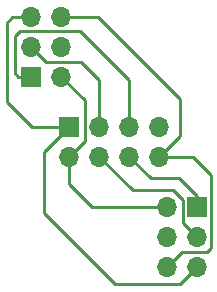
<source format=gtl>
%TF.GenerationSoftware,KiCad,Pcbnew,5.1.7-a382d34a8~88~ubuntu18.04.1*%
%TF.CreationDate,2021-10-30T16:32:31+02:00*%
%TF.ProjectId,main_pcb_adapter,6d61696e-5f70-4636-925f-616461707465,rev?*%
%TF.SameCoordinates,PX5f5e100PY6b49d20*%
%TF.FileFunction,Copper,L1,Top*%
%TF.FilePolarity,Positive*%
%FSLAX46Y46*%
G04 Gerber Fmt 4.6, Leading zero omitted, Abs format (unit mm)*
G04 Created by KiCad (PCBNEW 5.1.7-a382d34a8~88~ubuntu18.04.1) date 2021-10-30 16:32:31*
%MOMM*%
%LPD*%
G01*
G04 APERTURE LIST*
%TA.AperFunction,ComponentPad*%
%ADD10O,1.700000X1.700000*%
%TD*%
%TA.AperFunction,ComponentPad*%
%ADD11R,1.700000X1.700000*%
%TD*%
%TA.AperFunction,Conductor*%
%ADD12C,0.250000*%
%TD*%
G04 APERTURE END LIST*
D10*
%TO.P,J1,6*%
%TO.N,GND*%
X4460000Y-10580000D03*
%TO.P,J1,5*%
%TO.N,/MASTER_ON*%
X7000000Y-10580000D03*
%TO.P,J1,4*%
%TO.N,Net-(J1-Pad4)*%
X4460000Y-8040000D03*
%TO.P,J1,3*%
%TO.N,/DN_RX*%
X7000000Y-8040000D03*
%TO.P,J1,2*%
%TO.N,/TRIGI*%
X4460000Y-5500000D03*
D11*
%TO.P,J1,1*%
%TO.N,/DN_RETO*%
X7000000Y-5500000D03*
%TD*%
D10*
%TO.P,J2,6*%
%TO.N,GND*%
X-4460000Y10580000D03*
%TO.P,J2,5*%
%TO.N,/MASTER_ON*%
X-7000000Y10580000D03*
%TO.P,J2,4*%
%TO.N,Net-(J2-Pad4)*%
X-4460000Y8040000D03*
%TO.P,J2,3*%
%TO.N,/UP_RX*%
X-7000000Y8040000D03*
%TO.P,J2,2*%
%TO.N,/TRIGI*%
X-4460000Y5500000D03*
D11*
%TO.P,J2,1*%
%TO.N,/UP_RETO*%
X-7000000Y5500000D03*
%TD*%
D10*
%TO.P,J3,8*%
%TO.N,GND*%
X3810000Y-1270000D03*
%TO.P,J3,7*%
%TO.N,Net-(J3-Pad7)*%
X3810000Y1270000D03*
%TO.P,J3,6*%
%TO.N,/DN_RETO*%
X1270000Y-1270000D03*
%TO.P,J3,5*%
%TO.N,/UP_RETO*%
X1270000Y1270000D03*
%TO.P,J3,4*%
%TO.N,/DN_RX*%
X-1270000Y-1270000D03*
%TO.P,J3,3*%
%TO.N,/UP_RX*%
X-1270000Y1270000D03*
%TO.P,J3,2*%
%TO.N,/TRIGI*%
X-3810000Y-1270000D03*
D11*
%TO.P,J3,1*%
%TO.N,/MASTER_ON*%
X-3810000Y1270000D03*
%TD*%
D12*
%TO.N,GND*%
X5740000Y-9300000D02*
X7900000Y-9300000D01*
X6670000Y-1270000D02*
X3810000Y-1270000D01*
X4460000Y-10580000D02*
X5740000Y-9300000D01*
X8175001Y-2775001D02*
X6670000Y-1270000D01*
X7900000Y-9300000D02*
X8175001Y-9024999D01*
X8175001Y-9024999D02*
X8175001Y-2775001D01*
X-1380000Y10580000D02*
X-4460000Y10580000D01*
X5600000Y3600000D02*
X-1380000Y10580000D01*
X3810000Y-1270000D02*
X5600000Y520000D01*
X5600000Y520000D02*
X5600000Y3600000D01*
%TO.N,/MASTER_ON*%
X7000000Y-10580000D02*
X5580000Y-12000000D01*
X5580000Y-12000000D02*
X100000Y-12000000D01*
X100000Y-12000000D02*
X-5900000Y-6000000D01*
X-5900000Y-820000D02*
X-3810000Y1270000D01*
X-5900000Y-6000000D02*
X-5900000Y-820000D01*
X-8620000Y10580000D02*
X-7000000Y10580000D01*
X-6970000Y1270000D02*
X-9100000Y3400000D01*
X-3810000Y1270000D02*
X-6970000Y1270000D01*
X-9100000Y3400000D02*
X-9100000Y10100000D01*
X-9100000Y10100000D02*
X-8620000Y10580000D01*
%TO.N,/DN_RX*%
X5824999Y-6864999D02*
X5824999Y-4924999D01*
X5824999Y-4924999D02*
X5000000Y-4100000D01*
X1560000Y-4100000D02*
X-1270000Y-1270000D01*
X5000000Y-4100000D02*
X1560000Y-4100000D01*
X7000000Y-8040000D02*
X5824999Y-6864999D01*
%TO.N,/TRIGI*%
X4460000Y-5500000D02*
X-1900000Y-5500000D01*
X-3810000Y-3590000D02*
X-3810000Y-1270000D01*
X-1900000Y-5500000D02*
X-3810000Y-3590000D01*
X-2500000Y40000D02*
X-2500000Y3540000D01*
X-3810000Y-1270000D02*
X-2500000Y40000D01*
X-2500000Y3540000D02*
X-4460000Y5500000D01*
%TO.N,/DN_RETO*%
X3100000Y-3100000D02*
X1270000Y-1270000D01*
X5500000Y-3100000D02*
X3100000Y-3100000D01*
X7000000Y-4600000D02*
X5500000Y-3100000D01*
X7000000Y-5500000D02*
X7000000Y-4600000D01*
%TO.N,/UP_RX*%
X-5760000Y6800000D02*
X-7000000Y8040000D01*
X-2800000Y6800000D02*
X-5760000Y6800000D01*
X-1270000Y5270000D02*
X-2800000Y6800000D01*
X-1270000Y1270000D02*
X-1270000Y5270000D01*
%TO.N,/UP_RETO*%
X-7000000Y5500000D02*
X-8100000Y5500000D01*
X-8400000Y9000000D02*
X-8000000Y9400000D01*
X-8400000Y5800000D02*
X-8400000Y9000000D01*
X-8100000Y5500000D02*
X-8400000Y5800000D01*
X-8000000Y9400000D02*
X-2900000Y9400000D01*
X-2900000Y9400000D02*
X1270000Y5230000D01*
X1270000Y5230000D02*
X1270000Y1270000D01*
%TD*%
M02*

</source>
